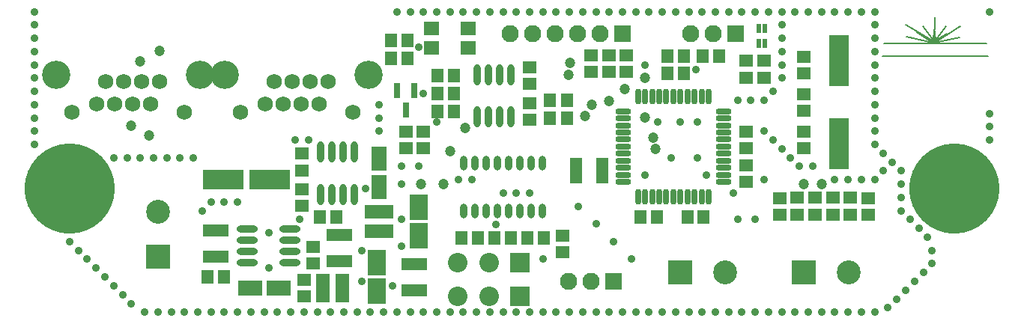
<source format=gts>
G04*
G04 #@! TF.GenerationSoftware,Altium Limited,Altium Designer,20.0.11 (256)*
G04*
G04 Layer_Color=8388736*
%FSLAX25Y25*%
%MOIN*%
G70*
G01*
G75*
%ADD40C,0.00632*%
%ADD41R,0.06312X0.05328*%
%ADD42R,0.06115X0.05524*%
%ADD43O,0.02965X0.07099*%
%ADD44O,0.07099X0.02965*%
%ADD45R,0.02375X0.03950*%
%ADD46R,0.05328X0.06312*%
%ADD47R,0.08871X0.22650*%
%ADD48R,0.05721X0.11430*%
%ADD49O,0.03162X0.06509*%
%ADD50R,0.05524X0.06115*%
%ADD51R,0.07887X0.11430*%
%ADD52O,0.03162X0.09461*%
%ADD53R,0.03162X0.06509*%
%ADD54R,0.06706X0.06312*%
%ADD55R,0.11430X0.05721*%
%ADD56R,0.10839X0.06902*%
%ADD57R,0.06312X0.12611*%
%ADD58O,0.09461X0.03162*%
%ADD59R,0.06902X0.10839*%
%ADD60R,0.18123X0.08674*%
%ADD61R,0.12611X0.06312*%
%ADD62C,0.10642*%
%ADD63R,0.10642X0.10642*%
%ADD64R,0.10642X0.10642*%
%ADD65R,0.07690X0.07690*%
%ADD66C,0.07690*%
%ADD67C,0.06800*%
%ADD68C,0.12611*%
%ADD69R,0.08674X0.08674*%
%ADD70C,0.08674*%
%ADD71C,0.40170*%
%ADD72C,0.03556*%
%ADD73C,0.04737*%
D40*
X382034Y123805D02*
X427889D01*
X392141Y126685D02*
X404932Y123864D01*
X381510Y118063D02*
X428495Y118045D01*
X391778Y131942D02*
X404029Y124676D01*
X396883Y128780D02*
X403748Y124116D01*
X399257Y131479D02*
X404372Y124560D01*
X404011Y124264D02*
X404552Y129953D01*
X404749Y129445D02*
X405061Y124117D01*
X404438Y124199D02*
X404716Y135429D01*
X404864Y124870D02*
X409635Y131297D01*
X404011Y124264D02*
X410176Y127920D01*
X404733Y124162D02*
X416111Y131494D01*
X404733Y124162D02*
X415888Y126408D01*
D41*
X375000Y47539D02*
D03*
Y54823D02*
D03*
X335630Y47539D02*
D03*
Y54823D02*
D03*
X346457Y117815D02*
D03*
Y110531D02*
D03*
Y77067D02*
D03*
Y84350D02*
D03*
X320866Y62106D02*
D03*
Y69390D02*
D03*
X320866Y84350D02*
D03*
Y77067D02*
D03*
X224409Y89862D02*
D03*
Y97146D02*
D03*
X238976Y30610D02*
D03*
Y37894D02*
D03*
X251794Y118391D02*
D03*
Y111108D02*
D03*
X224410Y105610D02*
D03*
Y112894D02*
D03*
X169291Y77067D02*
D03*
Y84351D02*
D03*
X127953Y33169D02*
D03*
Y25886D02*
D03*
X124016Y11122D02*
D03*
Y18405D02*
D03*
D42*
X367126Y47441D02*
D03*
Y54921D02*
D03*
X343504Y47441D02*
D03*
Y54921D02*
D03*
X320866Y115945D02*
D03*
Y108465D02*
D03*
X328740Y115945D02*
D03*
Y108465D02*
D03*
X346457Y93701D02*
D03*
Y101181D02*
D03*
X359252Y47441D02*
D03*
Y54921D02*
D03*
X351378Y47441D02*
D03*
Y54921D02*
D03*
X267542Y111009D02*
D03*
Y118489D02*
D03*
X259668Y111009D02*
D03*
Y118489D02*
D03*
X177165Y84449D02*
D03*
Y76968D02*
D03*
X123031Y51378D02*
D03*
Y58858D02*
D03*
X123031Y74606D02*
D03*
Y67126D02*
D03*
D43*
X272638Y100000D02*
D03*
X275787D02*
D03*
X278937D02*
D03*
X282087D02*
D03*
X285236D02*
D03*
X288386D02*
D03*
X291535D02*
D03*
X294685D02*
D03*
X297835D02*
D03*
X300984D02*
D03*
X304134D02*
D03*
Y55512D02*
D03*
X300984D02*
D03*
X297835D02*
D03*
X294685D02*
D03*
X291535D02*
D03*
X288386D02*
D03*
X285236D02*
D03*
X282087D02*
D03*
X278937D02*
D03*
X275787D02*
D03*
X272638D02*
D03*
D44*
X310630Y93504D02*
D03*
Y90354D02*
D03*
Y87205D02*
D03*
Y84055D02*
D03*
Y80905D02*
D03*
Y77756D02*
D03*
Y74606D02*
D03*
Y71457D02*
D03*
Y68307D02*
D03*
Y65158D02*
D03*
Y62008D02*
D03*
X266142D02*
D03*
Y65158D02*
D03*
Y68307D02*
D03*
Y71457D02*
D03*
Y74606D02*
D03*
Y77756D02*
D03*
Y80905D02*
D03*
Y84055D02*
D03*
Y87205D02*
D03*
Y90354D02*
D03*
Y93504D02*
D03*
D45*
X329232Y123763D02*
D03*
Y130259D02*
D03*
X326279D02*
D03*
Y123763D02*
D03*
D46*
X293012Y110236D02*
D03*
X285728D02*
D03*
X169980Y125000D02*
D03*
X162697D02*
D03*
X230807Y37205D02*
D03*
X223524D02*
D03*
X301870Y46260D02*
D03*
X294587D02*
D03*
X273917D02*
D03*
X281201D02*
D03*
X183366Y101378D02*
D03*
X190650D02*
D03*
X193996Y37205D02*
D03*
X201279D02*
D03*
X208760Y37205D02*
D03*
X216043D02*
D03*
X138484Y46260D02*
D03*
X131201D02*
D03*
X88287Y19685D02*
D03*
X81004D02*
D03*
X162697Y117126D02*
D03*
X169980D02*
D03*
D47*
X362205Y115945D02*
D03*
Y78937D02*
D03*
D48*
X245177Y66929D02*
D03*
X256791D02*
D03*
D49*
X195098Y48917D02*
D03*
X200098D02*
D03*
X205099D02*
D03*
X210099D02*
D03*
X215099D02*
D03*
X220098D02*
D03*
X225098D02*
D03*
X230099D02*
D03*
X195098Y70374D02*
D03*
X200098D02*
D03*
X205099D02*
D03*
X210099D02*
D03*
X215099D02*
D03*
X220098D02*
D03*
X225098D02*
D03*
X230099D02*
D03*
D50*
X233465Y90551D02*
D03*
X240945D02*
D03*
X285630Y118110D02*
D03*
X293110D02*
D03*
X301378Y118110D02*
D03*
X308858D02*
D03*
X240945Y98425D02*
D03*
X233465D02*
D03*
X190748Y93504D02*
D03*
X183268D02*
D03*
Y109252D02*
D03*
X190748D02*
D03*
D51*
X175197Y50689D02*
D03*
Y37894D02*
D03*
X156496Y26083D02*
D03*
Y13287D02*
D03*
D52*
X201161Y90945D02*
D03*
X206161D02*
D03*
X211161D02*
D03*
X216161D02*
D03*
X201161Y109843D02*
D03*
X206161D02*
D03*
X211161D02*
D03*
X216161D02*
D03*
X131280Y56496D02*
D03*
X136279D02*
D03*
X141279D02*
D03*
X146280D02*
D03*
X131280Y75394D02*
D03*
X136279D02*
D03*
X141279D02*
D03*
X146280D02*
D03*
D53*
X169291Y93996D02*
D03*
X165551Y102854D02*
D03*
X173031D02*
D03*
D54*
X180807Y130315D02*
D03*
Y121654D02*
D03*
X197146Y130315D02*
D03*
Y121654D02*
D03*
D55*
X173228Y13878D02*
D03*
Y25492D02*
D03*
X139764Y38287D02*
D03*
Y26673D02*
D03*
X84646Y40256D02*
D03*
Y28642D02*
D03*
D56*
X100000Y14764D02*
D03*
X112599D02*
D03*
D57*
X132480Y14764D02*
D03*
X141142D02*
D03*
D58*
X117717Y25964D02*
D03*
Y30964D02*
D03*
Y35965D02*
D03*
Y40964D02*
D03*
X98819Y25964D02*
D03*
Y30964D02*
D03*
Y35965D02*
D03*
Y40964D02*
D03*
D59*
X157480Y59646D02*
D03*
Y72244D02*
D03*
D60*
X87992Y62992D02*
D03*
X108858D02*
D03*
D61*
X157480Y48622D02*
D03*
Y39961D02*
D03*
D62*
X59055Y48642D02*
D03*
X311339Y21811D02*
D03*
X366457D02*
D03*
D63*
X59055Y28642D02*
D03*
D64*
X291339Y21811D02*
D03*
X346457D02*
D03*
D65*
X261811Y17717D02*
D03*
X315945Y127953D02*
D03*
X265748Y127953D02*
D03*
D66*
X251811Y17717D02*
D03*
X241811D02*
D03*
X295945Y127953D02*
D03*
X305945D02*
D03*
X255748Y127953D02*
D03*
X245748D02*
D03*
X235748D02*
D03*
X225748D02*
D03*
X215748D02*
D03*
D67*
X59842Y106595D02*
D03*
X55827Y96595D02*
D03*
X51850Y106595D02*
D03*
X47835Y96595D02*
D03*
X43858Y106595D02*
D03*
X39843Y96595D02*
D03*
X35866Y106595D02*
D03*
X31850Y96595D02*
D03*
X20866Y93091D02*
D03*
X70866D02*
D03*
X134646Y106595D02*
D03*
X130630Y96595D02*
D03*
X126654Y106595D02*
D03*
X122638Y96595D02*
D03*
X118661Y106595D02*
D03*
X114646Y96595D02*
D03*
X110669Y106595D02*
D03*
X106653Y96595D02*
D03*
X95669Y93091D02*
D03*
X145669D02*
D03*
D68*
X13858Y109783D02*
D03*
X77874D02*
D03*
X88661D02*
D03*
X152677D02*
D03*
D69*
X220079Y26024D02*
D03*
Y11024D02*
D03*
D70*
X206299Y26024D02*
D03*
X192520D02*
D03*
Y11024D02*
D03*
X206299D02*
D03*
D71*
X413386Y59055D02*
D03*
X19685D02*
D03*
D72*
X177165Y101378D02*
D03*
X165354Y137795D02*
D03*
X171260D02*
D03*
X177165D02*
D03*
X298425Y112205D02*
D03*
X275590Y114173D02*
D03*
X299213Y88583D02*
D03*
X291339D02*
D03*
X281496D02*
D03*
X275590Y64961D02*
D03*
X299213Y72835D02*
D03*
X287402D02*
D03*
X314961Y57087D02*
D03*
X303150Y64961D02*
D03*
X328740Y62992D02*
D03*
X324803Y45276D02*
D03*
X316929D02*
D03*
X269685Y27559D02*
D03*
X261811Y35433D02*
D03*
X253937Y43307D02*
D03*
X246063Y51181D02*
D03*
X183071Y88583D02*
D03*
X198819Y62992D02*
D03*
X192913D02*
D03*
X224410Y57087D02*
D03*
X218504D02*
D03*
X212598D02*
D03*
X209355Y42913D02*
D03*
X230315Y27559D02*
D03*
X108268Y39370D02*
D03*
X149606Y31496D02*
D03*
X151575Y59055D02*
D03*
X167323Y45276D02*
D03*
Y33465D02*
D03*
X163386Y15748D02*
D03*
X149606Y17717D02*
D03*
X122047Y45276D02*
D03*
X108268Y23622D02*
D03*
X94488Y53150D02*
D03*
X88583D02*
D03*
X82677D02*
D03*
X78740Y49213D02*
D03*
X3937Y137795D02*
D03*
Y131890D02*
D03*
Y125984D02*
D03*
Y120079D02*
D03*
Y114173D02*
D03*
Y108268D02*
D03*
Y102362D02*
D03*
Y96457D02*
D03*
Y90551D02*
D03*
Y84646D02*
D03*
Y78740D02*
D03*
X125984Y80709D02*
D03*
X120079D02*
D03*
X157480Y84646D02*
D03*
Y90551D02*
D03*
Y96457D02*
D03*
X429134Y137795D02*
D03*
Y92520D02*
D03*
Y86614D02*
D03*
Y80709D02*
D03*
X381890Y66929D02*
D03*
X377953Y62992D02*
D03*
X372047D02*
D03*
X366142D02*
D03*
X360236D02*
D03*
X350394Y68898D02*
D03*
X344488D02*
D03*
X340551Y72835D02*
D03*
X336614Y76772D02*
D03*
X332677Y80709D02*
D03*
X328740Y84646D02*
D03*
X332677Y102362D02*
D03*
X328740Y98425D02*
D03*
X322835D02*
D03*
X316929D02*
D03*
X336614Y108268D02*
D03*
Y114173D02*
D03*
Y120079D02*
D03*
Y125984D02*
D03*
Y131890D02*
D03*
X403543Y31496D02*
D03*
X401575Y37402D02*
D03*
X397638Y41339D02*
D03*
X393701Y45276D02*
D03*
X389764Y49213D02*
D03*
Y55118D02*
D03*
Y61024D02*
D03*
Y66929D02*
D03*
X385827Y70866D02*
D03*
X381890Y74803D02*
D03*
X377953Y78740D02*
D03*
Y84646D02*
D03*
Y90551D02*
D03*
Y96457D02*
D03*
Y102362D02*
D03*
Y108268D02*
D03*
Y114173D02*
D03*
Y120079D02*
D03*
Y125984D02*
D03*
Y131890D02*
D03*
X403543Y25591D02*
D03*
X399606Y21654D02*
D03*
X395669Y17717D02*
D03*
X391732Y13780D02*
D03*
X387795Y9843D02*
D03*
X383858Y5906D02*
D03*
X19685Y35433D02*
D03*
X23622Y31496D02*
D03*
X27559Y27559D02*
D03*
X31496Y23622D02*
D03*
X35433Y19685D02*
D03*
X39370Y15748D02*
D03*
X43307Y11811D02*
D03*
X47244Y7874D02*
D03*
X175197Y122047D02*
D03*
Y68898D02*
D03*
X167323Y61024D02*
D03*
Y68898D02*
D03*
X74803Y72835D02*
D03*
X68898D02*
D03*
X62992D02*
D03*
X57087D02*
D03*
X51181D02*
D03*
X45276D02*
D03*
X39370D02*
D03*
X183071Y137795D02*
D03*
X188976D02*
D03*
X194882D02*
D03*
X200787D02*
D03*
X206693D02*
D03*
X212598D02*
D03*
X218504D02*
D03*
X224410D02*
D03*
X230315D02*
D03*
X236221D02*
D03*
X242126D02*
D03*
X248031D02*
D03*
X253937D02*
D03*
X259842D02*
D03*
X265748D02*
D03*
X271654D02*
D03*
X277559D02*
D03*
X283465D02*
D03*
X289370D02*
D03*
X295276D02*
D03*
X301181D02*
D03*
X307087D02*
D03*
X312992D02*
D03*
X318898D02*
D03*
X324803D02*
D03*
X330709D02*
D03*
X336614D02*
D03*
X342520D02*
D03*
X348425D02*
D03*
X354331D02*
D03*
X360236D02*
D03*
X366142D02*
D03*
X372047D02*
D03*
X377953D02*
D03*
Y3937D02*
D03*
X372047D02*
D03*
X366142D02*
D03*
X360236D02*
D03*
X354331D02*
D03*
X348425D02*
D03*
X342520D02*
D03*
X336614D02*
D03*
X330709D02*
D03*
X324803D02*
D03*
X318898D02*
D03*
X312992D02*
D03*
X307087D02*
D03*
X301181D02*
D03*
X295276D02*
D03*
X289370D02*
D03*
X283465D02*
D03*
X277559D02*
D03*
X271654D02*
D03*
X265748D02*
D03*
X259842D02*
D03*
X253937D02*
D03*
X248031D02*
D03*
X242126D02*
D03*
X236221D02*
D03*
X230315D02*
D03*
X224410D02*
D03*
X218504D02*
D03*
X212598D02*
D03*
X206693D02*
D03*
X200787D02*
D03*
X194882D02*
D03*
X188976D02*
D03*
X183071D02*
D03*
X177165D02*
D03*
X171260D02*
D03*
X165354D02*
D03*
X159449D02*
D03*
X153543D02*
D03*
X147638D02*
D03*
X141732D02*
D03*
X135827D02*
D03*
X129921D02*
D03*
X124016D02*
D03*
X118110D02*
D03*
X112205D02*
D03*
X106299D02*
D03*
X100394D02*
D03*
X94488D02*
D03*
X88583D02*
D03*
X82677D02*
D03*
X76772D02*
D03*
X70866D02*
D03*
X64961D02*
D03*
X59055D02*
D03*
X53150D02*
D03*
D73*
X188976Y75787D02*
D03*
X195669Y86023D02*
D03*
X346457Y61024D02*
D03*
X354331D02*
D03*
X275590Y108268D02*
D03*
X275787Y90847D02*
D03*
X279528Y81693D02*
D03*
X251969Y96457D02*
D03*
X280512Y76772D02*
D03*
X249015Y91535D02*
D03*
X266732Y103347D02*
D03*
X259843Y97967D02*
D03*
X242523Y115157D02*
D03*
X241811Y109783D02*
D03*
X176181Y61024D02*
D03*
X186024D02*
D03*
X59842Y120472D02*
D03*
X51181Y115748D02*
D03*
X55118Y82677D02*
D03*
X47244Y87008D02*
D03*
M02*

</source>
